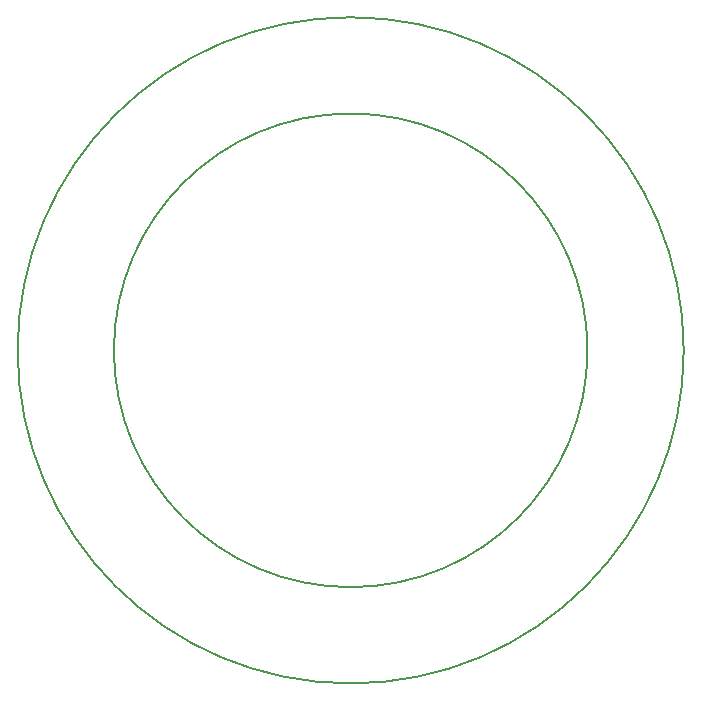
<source format=gbr>
G04 #@! TF.GenerationSoftware,KiCad,Pcbnew,5.1.2-f72e74a~84~ubuntu18.04.1*
G04 #@! TF.CreationDate,2019-09-23T03:00:40+02:00*
G04 #@! TF.ProjectId,roboy_3.0_40mm_ball_sensor,726f626f-795f-4332-9e30-5f34306d6d5f,rev?*
G04 #@! TF.SameCoordinates,Original*
G04 #@! TF.FileFunction,Profile,NP*
%FSLAX46Y46*%
G04 Gerber Fmt 4.6, Leading zero omitted, Abs format (unit mm)*
G04 Created by KiCad (PCBNEW 5.1.2-f72e74a~84~ubuntu18.04.1) date 2019-09-23 03:00:40*
%MOMM*%
%LPD*%
G04 APERTURE LIST*
%ADD10C,0.150000*%
G04 APERTURE END LIST*
D10*
X180548940Y-100000000D02*
G75*
G03X180548940Y-100000000I-20048940J0D01*
G01*
X188700000Y-100000000D02*
G75*
G03X188700000Y-100000000I-28200000J0D01*
G01*
M02*

</source>
